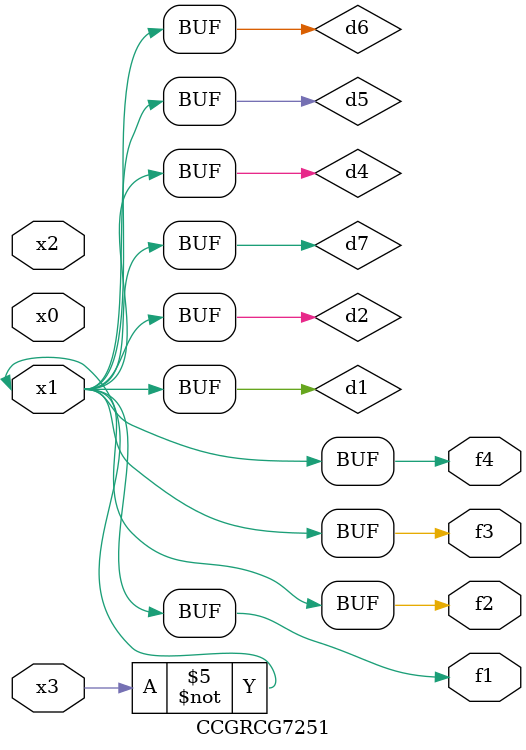
<source format=v>
module CCGRCG7251(
	input x0, x1, x2, x3,
	output f1, f2, f3, f4
);

	wire d1, d2, d3, d4, d5, d6, d7;

	not (d1, x3);
	buf (d2, x1);
	xnor (d3, d1, d2);
	nor (d4, d1);
	buf (d5, d1, d2);
	buf (d6, d4, d5);
	nand (d7, d4);
	assign f1 = d6;
	assign f2 = d7;
	assign f3 = d6;
	assign f4 = d6;
endmodule

</source>
